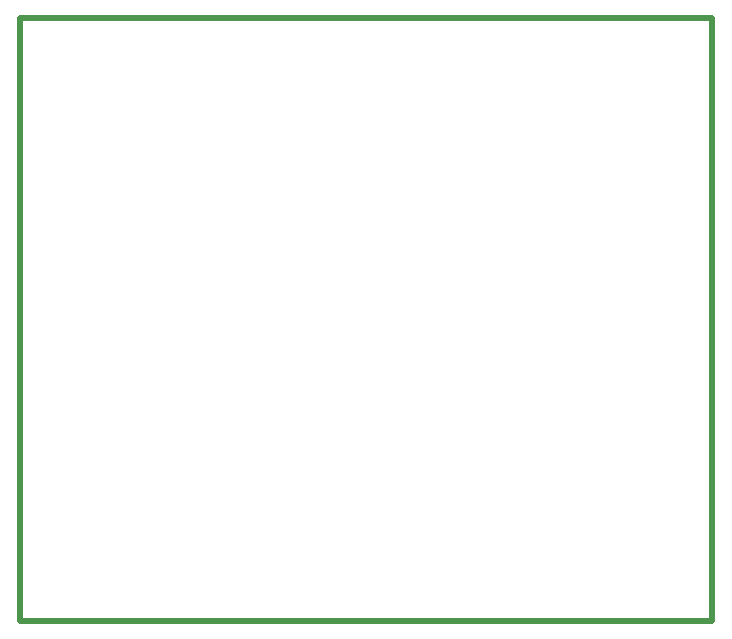
<source format=gko>
G04*
G04 #@! TF.GenerationSoftware,Altium Limited,Altium Designer,23.10.1 (27)*
G04*
G04 Layer_Color=16711935*
%FSLAX25Y25*%
%MOIN*%
G70*
G04*
G04 #@! TF.SameCoordinates,48329E4E-80D2-4777-9540-AAF0B2507E0B*
G04*
G04*
G04 #@! TF.FilePolarity,Positive*
G04*
G01*
G75*
%ADD52C,0.02000*%
D52*
X0Y0D02*
Y201000D01*
X230500D01*
X0Y0D02*
X230500D01*
X230500Y201000D02*
X230500Y0D01*
M02*

</source>
